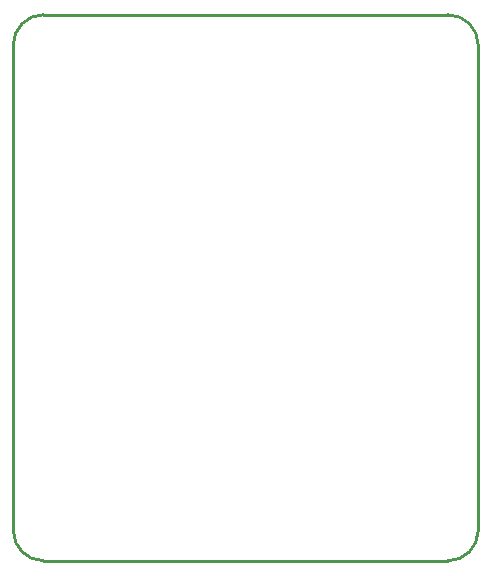
<source format=gko>
G04 Layer: BoardOutlineLayer*
G04 EasyEDA Pro v1.8.39.fb3963, 2022-11-08 16:35:25*
G04 Gerber Generator version 0.3*
G04 Scale: 100 percent, Rotated: No, Reflected: No*
G04 Dimensions in millimeters*
G04 Leading zeros omitted, absolute positions, 3 integers and 3 decimals*
%FSLAX33Y33*%
%MOMM*%
%ADD10C,0.254*%
G75*


G04 Rect Start*
G54D10*
G01X0Y-2559D02*
G01X0Y-43669D01*
G03X2559Y-46228I2559J0D01*
G01X36811D01*
G03X39370Y-43669I0J2559D01*
G01Y-2559D01*
G03X36811Y0I-2559J0D01*
G01X2559D01*
G03X0Y-2559I0J-2559D01*
G04 Rect End*

M02*

</source>
